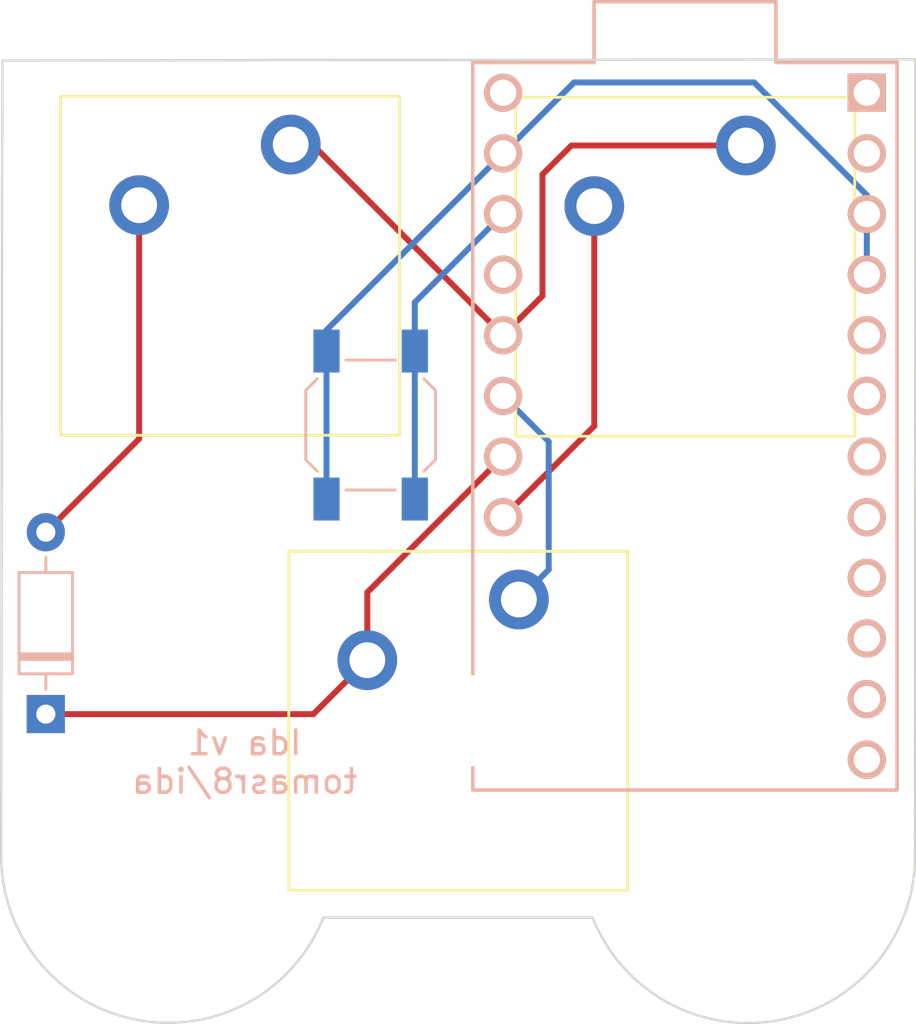
<source format=kicad_pcb>
(kicad_pcb (version 20211014) (generator pcbnew)
  (layers (0 "F.Cu" signal) (31 "B.Cu" signal) (34 "B.Paste" user) (35 "F.Paste" user) (36 "B.SilkS" user "B.Silkscreen") (37 "F.SilkS" user "F.Silkscreen") (38 "B.Mask" user) (39 "F.Mask" user) (44 "Edge.Cuts" user))
  (net 0 "")
  (net 1 "Net-(SW1-Pad1)")
  (net 6 "ROW1")
  (net 7 "COL1")
  (net 8 "COL2")
  (net 9 "ROW2")
  (net 10 "RST")
  (net 11 "GND")
  (footprint "My footprints:SW_Cherry_MX_Plate" (layer "F.Cu") (at 68.06 57.14)
    (fp_text reference "SW2" hide)
    (fp_text value "SW_Push" hide)
    (fp_line (start -7.1 7.1) (end 7.1 7.1) (layer "F.SilkS") (width 0.12))
    (fp_line (start 7.1 7.1) (end 7.1 -7.1) (layer "F.SilkS") (width 0.12))
    (fp_line (start -7.1 -7.1) (end -7.1 7.1) (layer "F.SilkS") (width 0.12))
    (fp_line (start 7.1 -7.1) (end -7.1 -7.1) (layer "F.SilkS") (width 0.12))
    (pad "" np_thru_hole circle locked (at 0 0) (size 4 4) (drill 4) (layers *.Cu *.Mask))
    (pad "1" thru_hole circle locked (at -3.81 -2.54) (size 2.5 2.5) (drill 1.5) (layers *.Cu *.Mask) (net 9 "ROW2"))
    (pad "2" thru_hole circle locked (at 2.54 -5.08) (size 2.5 2.5) (drill 1.5) (layers *.Cu *.Mask) (net 7 "COL1"))
  )
  (footprint "My footprints:SW_Cherry_MX_Plate_2.00u" (layer "F.Cu") (at 58.55 76.16)
    (fp_text reference "SW3" hide)
    (fp_text value "SW_Push" hide)
    (fp_line (start 7.1 7.1) (end 7.1 -7.1) (layer "F.SilkS") (width 0.12))
    (fp_line (start 7.1 -7.1) (end -7.1 -7.1) (layer "F.SilkS") (width 0.12))
    (fp_line (start -7.1 7.1) (end 7.1 7.1) (layer "F.SilkS") (width 0.12))
    (fp_line (start -7.1 -7.1) (end -7.1 7.1) (layer "F.SilkS") (width 0.12))
    (pad "" np_thru_hole circle locked (at 0 0) (size 4 4) (drill 4) (layers *.Cu *.Mask))
    (pad "1" thru_hole circle locked (at -3.81 -2.54) (size 2.5 2.5) (drill 1.5) (layers *.Cu *.Mask) (net 6 "ROW1"))
    (pad "2" thru_hole circle locked (at 2.54 -5.08) (size 2.5 2.5) (drill 1.5) (layers *.Cu *.Mask) (net 8 "COL2"))
  )
  (footprint "My footprints:SW_Cherry_MX_Plate" (layer "F.Cu") (at 48.99 57.1)
    (fp_text reference "SW1" hide)
    (fp_text value "SW_Push" hide)
    (fp_line (start 7.1 7.1) (end 7.1 -7.1) (layer "F.SilkS") (width 0.12))
    (fp_line (start -7.1 7.1) (end 7.1 7.1) (layer "F.SilkS") (width 0.12))
    (fp_line (start 7.1 -7.1) (end -7.1 -7.1) (layer "F.SilkS") (width 0.12))
    (fp_line (start -7.1 -7.1) (end -7.1 7.1) (layer "F.SilkS") (width 0.12))
    (pad "" np_thru_hole circle locked (at 0 0) (size 4 4) (drill 4) (layers *.Cu *.Mask))
    (pad "1" thru_hole circle locked (at -3.81 -2.54) (size 2.5 2.5) (drill 1.5) (layers *.Cu *.Mask) (net 1 "Net-(SW1-Pad1)"))
    (pad "2" thru_hole circle locked (at 2.54 -5.08) (size 2.5 2.5) (drill 1.5) (layers *.Cu *.Mask) (net 7 "COL1"))
  )
  (footprint "My footprints:Stabilizer_Cherry_MX_2.00u" (layer "F.Cu") (at 58.53 76.14505)
    (fp_text reference "REF**" hide)
    (fp_text value "Stabilizer_Cherry_MX_2.00u" hide)
    (pad "" np_thru_hole circle locked (at 11.938 -6.985) (size 3.048 3.048) (drill 3.048) (layers *.Cu *.Mask))
    (pad "" np_thru_hole circle locked (at -11.938 -6.985) (size 3.048 3.048) (drill 3.048) (layers *.Cu *.Mask))
    (pad "" np_thru_hole circle locked (at 11.938 8.225) (size 3.9878 3.9878) (drill 3.9878) (layers *.Cu *.Mask))
    (pad "" np_thru_hole circle locked (at -11.938 8.225) (size 3.9878 3.9878) (drill 3.9878) (layers *.Cu *.Mask))
  )
  (footprint "Button_Switch_SMD:SW_SPST_SKQG_WithoutStem" (layer "B.Cu") (at 54.88 63.77 90)
    (fp_text reference "SW4" hide)
    (fp_text value "SW_Push" hide)
    (fp_line (start -1.45 -2.72) (end -1.94 -2.23) (layer "B.SilkS") (width 0.12))
    (fp_line (start 1.45 -2.72) (end 1.94 -2.23) (layer "B.SilkS") (width 0.12))
    (fp_line (start -1.45 -2.72) (end 1.45 -2.72) (layer "B.SilkS") (width 0.12))
    (fp_line (start -1.45 2.72) (end -1.94 2.23) (layer "B.SilkS") (width 0.12))
    (fp_line (start 2.72 -1.04) (end 2.72 1.04) (layer "B.SilkS") (width 0.12))
    (fp_line (start -2.72 -1.04) (end -2.72 1.04) (layer "B.SilkS") (width 0.12))
    (fp_line (start 1.45 2.72) (end 1.94 2.23) (layer "B.SilkS") (width 0.12))
    (fp_line (start -1.45 2.72) (end 1.45 2.72) (layer "B.SilkS") (width 0.12))
    (pad "1" smd rect (at -3.1 1.85 90) (size 1.8 1.1) (layers "B.Cu" "B.Paste" "B.Mask") (net 10 "RST"))
    (pad "1" smd rect (at 3.1 1.85 90) (size 1.8 1.1) (layers "B.Cu" "B.Paste" "B.Mask") (net 10 "RST"))
    (pad "2" smd rect (at -3.1 -1.85 90) (size 1.8 1.1) (layers "B.Cu" "B.Paste" "B.Mask") (net 11 "GND"))
    (pad "2" smd rect (at 3.1 -1.85 90) (size 1.8 1.1) (layers "B.Cu" "B.Paste" "B.Mask") (net 11 "GND"))
  )
  (footprint "My footprints:ProMicro Micropad" (layer "B.Cu") (at 68.05 63.82 -90)
    (fp_text reference "U1" hide)
    (fp_text value "ProMicro" hide)
    (fp_line (start -15.24 -8.89) (end -15.24 -3.81) (layer "B.SilkS") (width 0.15))
    (fp_line (start -15.24 8.89) (end 15.24 8.89) (layer "B.SilkS") (width 0.15))
    (fp_line (start -15.24 3.81) (end -15.24 8.89) (layer "B.SilkS") (width 0.15))
    (fp_line (start 15.24 8.89) (end 15.24 -8.89) (layer "B.SilkS") (width 0.15))
    (fp_line (start -17.78 -3.81) (end -17.78 3.81) (layer "B.SilkS") (width 0.15))
    (fp_line (start -15.24 -8.89) (end 15.24 -8.89) (layer "B.SilkS") (width 0.15))
    (fp_line (start -15.24 -3.81) (end -17.78 -3.81) (layer "B.SilkS") (width 0.15))
    (fp_line (start -17.78 3.81) (end -15.24 3.81) (layer "B.SilkS") (width 0.15))
    (fp_line (start -15.24 -3.81) (end -17.78 -3.81) (layer "F.SilkS") (width 0.15))
    (fp_line (start -15.24 3.81) (end -15.24 8.89) (layer "F.SilkS") (width 0.15))
    (fp_line (start -17.78 -3.81) (end -17.78 3.81) (layer "F.SilkS") (width 0.15))
    (fp_line (start -15.24 8.89) (end 15.24 8.89) (layer "F.SilkS") (width 0.15))
    (fp_line (start -15.24 -8.89) (end -15.24 -3.81) (layer "F.SilkS") (width 0.15))
    (fp_line (start 15.24 -8.89) (end -15.24 -8.89) (layer "F.SilkS") (width 0.15))
    (fp_line (start -17.78 3.81) (end -15.24 3.81) (layer "F.SilkS") (width 0.15))
    (fp_line (start 15.24 8.89) (end 15.24 -8.89) (layer "F.SilkS") (width 0.15))
    (pad "1" thru_hole rect locked (at -13.97 -7.62 270) (size 1.6 1.6) (drill 1.1) (layers *.Cu *.Mask "B.SilkS"))
    (pad "2" thru_hole circle locked (at -11.43 -7.62 270) (size 1.6 1.6) (drill 1.1) (layers *.Cu *.Mask "B.SilkS"))
    (pad "3" thru_hole circle locked (at -8.89 -7.62 270) (size 1.6 1.6) (drill 1.1) (layers *.Cu *.Mask "B.SilkS") (net 11 "GND"))
    (pad "4" thru_hole circle locked (at -6.35 -7.62 270) (size 1.6 1.6) (drill 1.1) (layers *.Cu *.Mask "B.SilkS") (net 11 "GND"))
    (pad "5" thru_hole circle locked (at -3.81 -7.62 270) (size 1.6 1.6) (drill 1.1) (layers *.Cu *.Mask "B.SilkS"))
    (pad "6" thru_hole circle locked (at -1.27 -7.62 270) (size 1.6 1.6) (drill 1.1) (layers *.Cu *.Mask "B.SilkS"))
    (pad "7" thru_hole circle locked (at 1.27 -7.62 270) (size 1.6 1.6) (drill 1.1) (layers *.Cu *.Mask "B.SilkS"))
    (pad "8" thru_hole circle locked (at 3.81 -7.62 270) (size 1.6 1.6) (drill 1.1) (layers *.Cu *.Mask "B.SilkS"))
    (pad "9" thru_hole circle locked (at 6.35 -7.62 270) (size 1.6 1.6) (drill 1.1) (layers *.Cu *.Mask "B.SilkS"))
    (pad "10" thru_hole circle locked (at 8.89 -7.62 270) (size 1.6 1.6) (drill 1.1) (layers *.Cu *.Mask "B.SilkS"))
    (pad "11" thru_hole circle locked (at 11.43 -7.62 270) (size 1.6 1.6) (drill 1.1) (layers *.Cu *.Mask "B.SilkS"))
    (pad "12" thru_hole circle locked (at 13.97 -7.62 270) (size 1.6 1.6) (drill 1.1) (layers *.Cu *.Mask "B.SilkS"))
    (pad "17" thru_hole circle locked (at 3.81 7.62 270) (size 1.6 1.6) (drill 1.1) (layers *.Cu *.Mask "B.SilkS") (net 9 "ROW2"))
    (pad "18" thru_hole circle locked (at 1.27 7.62 270) (size 1.6 1.6) (drill 1.1) (layers *.Cu *.Mask "B.SilkS") (net 6 "ROW1"))
    (pad "19" thru_hole circle locked (at -1.27 7.62 270) (size 1.6 1.6) (drill 1.1) (layers *.Cu *.Mask "B.SilkS") (net 8 "COL2"))
    (pad "20" thru_hole circle locked (at -3.81 7.62 270) (size 1.6 1.6) (drill 1.1) (layers *.Cu *.Mask "B.SilkS") (net 7 "COL1"))
    (pad "21" thru_hole circle locked (at -6.35 7.62 270) (size 1.6 1.6) (drill 1.1) (layers *.Cu *.Mask "B.SilkS"))
    (pad "22" thru_hole circle locked (at -8.89 7.62 270) (size 1.6 1.6) (drill 1.1) (layers *.Cu *.Mask "B.SilkS") (net 10 "RST"))
    (pad "23" thru_hole circle locked (at -11.43 7.62 270) (size 1.6 1.6) (drill 1.1) (layers *.Cu *.Mask "B.SilkS") (net 11 "GND"))
    (pad "24" thru_hole circle locked (at -13.97 7.62 270) (size 1.6 1.6) (drill 1.1) (layers *.Cu *.Mask "B.SilkS"))
  )
  (footprint "Diode_THT:D_DO-35_SOD27_P7.62mm_Horizontal" (layer "B.Cu") (at 41.27 75.88 90)
    (fp_text reference "D1" hide)
    (fp_text value "1N4148" hide)
    (fp_line (start 1.04 0) (end 1.69 0) (layer "B.SilkS") (width 0.12))
    (fp_line (start 6.58 0) (end 5.93 0) (layer "B.SilkS") (width 0.12))
    (fp_line (start 5.93 1.12) (end 1.69 1.12) (layer "B.SilkS") (width 0.12))
    (fp_line (start 2.29 1.12) (end 2.29 -1.12) (layer "B.SilkS") (width 0.12))
    (fp_line (start 5.93 -1.12) (end 5.93 1.12) (layer "B.SilkS") (width 0.12))
    (fp_line (start 1.69 1.12) (end 1.69 -1.12) (layer "B.SilkS") (width 0.12))
    (fp_line (start 1.69 -1.12) (end 5.93 -1.12) (layer "B.SilkS") (width 0.12))
    (fp_line (start 2.41 1.12) (end 2.41 -1.12) (layer "B.SilkS") (width 0.12))
    (fp_line (start 2.53 1.12) (end 2.53 -1.12) (layer "B.SilkS") (width 0.12))
    (pad "1" thru_hole rect (at 0 0 90) (size 1.6 1.6) (drill 0.8) (layers *.Cu *.Mask) (net 6 "ROW1"))
    (pad "2" thru_hole oval (at 7.62 0 90) (size 1.6 1.6) (drill 0.8) (layers *.Cu *.Mask) (net 1 "Net-(SW1-Pad1)"))
  )
  (gr_line (start 77.7 48.45) (end 39.45 48.5) (layer "Edge.Cuts") (width 0.1))
  (gr_line (start 39.4 81.82) (end 39.45 48.5) (layer "Edge.Cuts") (width 0.1))
  (gr_arc (start 77.69 81.82) (mid 75.639747 86.769747) (end 70.69 88.82) (layer "Edge.Cuts") (width 0.1))
  (gr_line (start 52.9 84.4) (end 64.18 84.4) (layer "Edge.Cuts") (width 0.1))
  (gr_arc (start 52.899999 84.4) (mid 50.324746 87.608435) (end 46.39 88.81) (layer "Edge.Cuts") (width 0.1))
  (gr_line (start 77.69 81.82) (end 77.7 48.45) (layer "Edge.Cuts") (width 0.1))
  (gr_arc (start 46.39 88.81) (mid 41.447324 86.762676) (end 39.4 81.82) (layer "Edge.Cuts") (width 0.1))
  (gr_arc (start 70.69 88.82) (mid 66.755648 87.610584) (end 64.18 84.4) (layer "Edge.Cuts") (width 0.1))
  (gr_text "Ida v1\ntomasr8/ida" (at 49.6 77.89) (layer "B.SilkS") (effects (font (size 1 1)) (justify mirror)))
  (segment (start 45.18 54.56) (end 45.18 64.35) (width 0.25) (layer "F.Cu") (net 1))
  (segment (start 45.18 64.35) (end 41.27 68.26) (width 0.25) (layer "F.Cu") (net 1))
  (segment (start 60.43 65.09) (end 54.74 70.78) (width 0.25) (layer "F.Cu") (net 6))
  (segment (start 54.74 70.78) (end 54.74 73.62) (width 0.25) (layer "F.Cu") (net 6))
  (segment (start 52.48 75.88) (end 54.74 73.62) (width 0.25) (layer "F.Cu") (net 6))
  (segment (start 41.27 75.88) (end 52.48 75.88) (width 0.25) (layer "F.Cu") (net 6))
  (segment (start 54.74 73.32) (end 54.74 73.62) (width 0.25) (layer "B.Cu") (net 6))
  (segment (start 60.43 60.01) (end 52.44 52.02) (width 0.25) (layer "F.Cu") (net 7))
  (segment (start 70.6 52.06) (end 63.29 52.06) (width 0.25) (layer "F.Cu") (net 7))
  (segment (start 63.29 52.06) (end 62.08 53.27) (width 0.25) (layer "F.Cu") (net 7))
  (segment (start 52.44 52.02) (end 51.53 52.02) (width 0.25) (layer "F.Cu") (net 7))
  (segment (start 62.08 58.36) (end 60.43 60.01) (width 0.25) (layer "F.Cu") (net 7))
  (segment (start 62.08 53.27) (end 62.08 58.36) (width 0.25) (layer "F.Cu") (net 7))
  (segment (start 61.09 71.08) (end 61.9 70.27) (width 0.25) (layer "F.Cu") (net 8))
  (segment (start 62.339999 64.459999) (end 60.43 62.55) (width 0.25) (layer "B.Cu") (net 8))
  (segment (start 62.339999 69.830001) (end 62.339999 64.459999) (width 0.25) (layer "B.Cu") (net 8))
  (segment (start 61.09 71.08) (end 62.339999 69.830001) (width 0.25) (layer "B.Cu") (net 8))
  (segment (start 64.25 54.6) (end 64.25 63.81) (width 0.25) (layer "F.Cu") (net 9))
  (segment (start 64.25 63.81) (end 60.43 67.63) (width 0.25) (layer "F.Cu") (net 9))
  (segment (start 56.73 66.87) (end 56.73 60.67) (width 0.25) (layer "B.Cu") (net 10))
  (segment (start 56.73 60.67) (end 56.73 58.63) (width 0.25) (layer "B.Cu") (net 10))
  (segment (start 56.73 58.63) (end 60.43 54.93) (width 0.25) (layer "B.Cu") (net 10))
  (segment (start 53.03 59.79) (end 60.43 52.39) (width 0.25) (layer "B.Cu") (net 11))
  (segment (start 53.03 66.87) (end 53.03 60.67) (width 0.25) (layer "B.Cu") (net 11))
  (segment (start 63.4 49.42) (end 70.95 49.42) (width 0.25) (layer "B.Cu") (net 11))
  (segment (start 53.03 60.67) (end 53.03 59.79) (width 0.25) (layer "B.Cu") (net 11))
  (segment (start 70.95 49.42) (end 75.67 54.14) (width 0.25) (layer "B.Cu") (net 11))
  (segment (start 75.67 54.14) (end 75.67 54.93) (width 0.25) (layer "B.Cu") (net 11))
  (segment (start 75.67 57.47) (end 75.67 54.93) (width 0.25) (layer "B.Cu") (net 11))
  (segment (start 60.43 52.39) (end 63.4 49.42) (width 0.25) (layer "B.Cu") (net 11))
)
</source>
